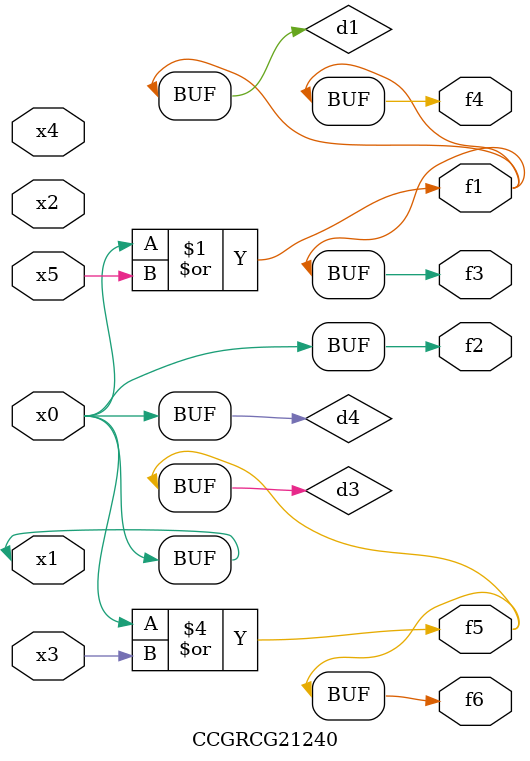
<source format=v>
module CCGRCG21240(
	input x0, x1, x2, x3, x4, x5,
	output f1, f2, f3, f4, f5, f6
);

	wire d1, d2, d3, d4;

	or (d1, x0, x5);
	xnor (d2, x1, x4);
	or (d3, x0, x3);
	buf (d4, x0, x1);
	assign f1 = d1;
	assign f2 = d4;
	assign f3 = d1;
	assign f4 = d1;
	assign f5 = d3;
	assign f6 = d3;
endmodule

</source>
